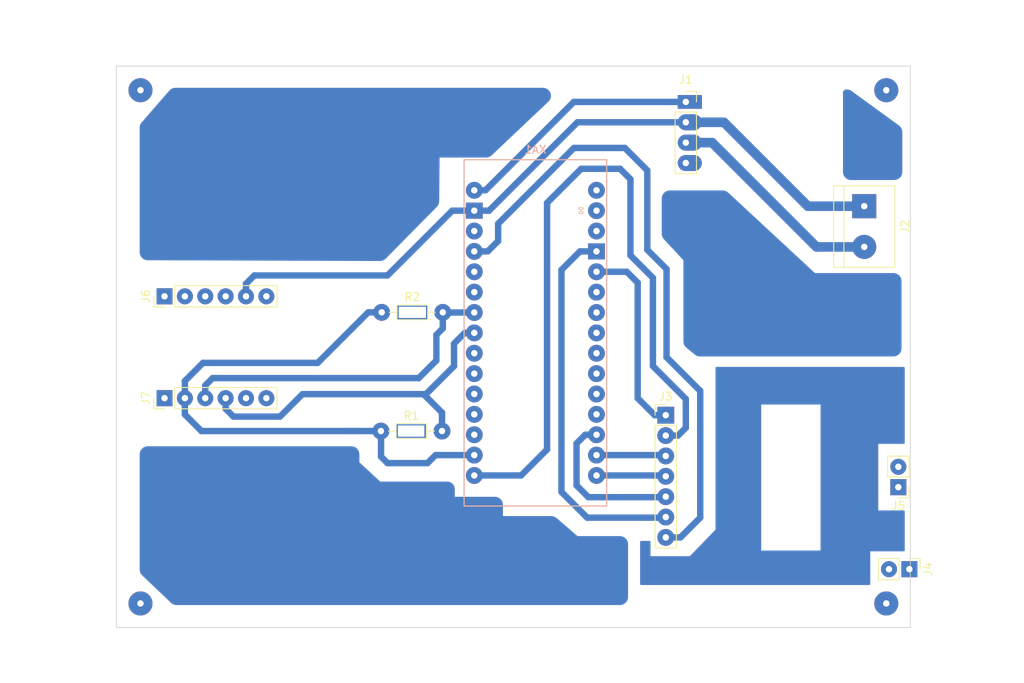
<source format=kicad_pcb>
(kicad_pcb (version 20221018) (generator pcbnew)
  (layers (0 "F.Cu" signal) (31 "B.Cu" signal) (34 "B.Paste" user) (35 "F.Paste" user) (36 "B.SilkS" user "B.Silkscreen") (37 "F.SilkS" user "F.Silkscreen") (38 "B.Mask" user) (39 "F.Mask" user) (44 "Edge.Cuts" user))
  (net 0 "")
  (net 1 "Net-(J3-Pin_7)")
  (net 19 "Net-(J1-Pin_1)")
  (net 20 "GND")
  (net 21 "+12V")
  (net 23 "Net-(J3-Pin_1)")
  (net 24 "Net-(J3-Pin_2)")
  (net 25 "Net-(J3-Pin_3)")
  (net 26 "Net-(J3-Pin_4)")
  (net 27 "Net-(J3-Pin_5)")
  (net 31 "Net-(J7-Pin_3)")
  (net 32 "Net-(J7-Pin_4)")
  (net 33 "Net-(J3-Pin_6)")
  (net 36 "Net-(J7-Pin_2)")
  (footprint "Resistor_THT:R_Axial_DIN0204_L3.6mm_D1.6mm_P7.62mm_Horizontal" (layer "F.Cu") (at 131.58 73.45)
    (fp_text reference "R2" (at 3.81 -1.92) (layer "F.SilkS"))
    (fp_text value "R")
    (fp_line (start 0.94 0) (end 1.89 0) (stroke (width 0.12)) (layer "F.SilkS"))
    (fp_line (start 1.89 -0.92) (end 1.89 0.92) (stroke (width 0.12)) (layer "F.SilkS"))
    (fp_line (start 1.89 0.92) (end 5.73 0.92) (stroke (width 0.12)) (layer "F.SilkS"))
    (fp_line (start 5.73 -0.92) (end 1.89 -0.92) (stroke (width 0.12)) (layer "F.SilkS"))
    (fp_line (start 5.73 0.92) (end 5.73 -0.92) (stroke (width 0.12)) (layer "F.SilkS"))
    (fp_line (start 6.68 0) (end 5.73 0) (stroke (width 0.12)) (layer "F.SilkS"))
    (pad "1" thru_hole circle (at 0 0) (size 2.1 2.1) (drill 0.8) (layers "*.Cu" "*.Mask") (net 36 "Net-(J7-Pin_2)"))
    (pad "2" thru_hole circle (at 7.62 0) (size 2.1 2.1) (drill 0.8) (layers "*.Cu" "*.Mask") (net 31 "Net-(J7-Pin_3)"))
  )
  (footprint "Connector_PinSocket_2.54mm:PinSocket_1x04_P2.54mm_Vertical" (layer "F.Cu") (at 169.5 47.21)
    (fp_text reference "J1" (at 0 -2.77) (layer "F.SilkS"))
    (fp_text value "Conn_01x04")
    (fp_line (start -1.33 1.27) (end -1.33 8.95) (stroke (width 0.12)) (layer "F.SilkS"))
    (fp_line (start -1.33 1.27) (end 1.33 1.27) (stroke (width 0.12)) (layer "F.SilkS"))
    (fp_line (start -1.33 8.95) (end 1.33 8.95) (stroke (width 0.12)) (layer "F.SilkS"))
    (fp_line (start 0 -1.33) (end 1.33 -1.33) (stroke (width 0.12)) (layer "F.SilkS"))
    (fp_line (start 1.33 -1.33) (end 1.33 0) (stroke (width 0.12)) (layer "F.SilkS"))
    (fp_line (start 1.33 1.27) (end 1.33 8.95) (stroke (width 0.12)) (layer "F.SilkS"))
    (pad "1" thru_hole rect (at 0 0) (size 3 1.7) (drill 0.8 (offset 0.5 0)) (layers "*.Cu" "*.Mask") (net 19 "Net-(J1-Pin_1)"))
    (pad "2" thru_hole oval (at 0 2.54) (size 3 2) (drill 0.8 (offset 0.5 0)) (layers "*.Cu" "*.Mask") (net 20 "GND"))
    (pad "3" thru_hole oval (at 0 5.08) (size 3 2) (drill 0.8 (offset 0.5 0)) (layers "*.Cu" "*.Mask") (net 21 "+12V"))
    (pad "4" thru_hole oval (at 0 7.62) (size 3 2) (drill 0.8 (offset 0.5 0)) (layers "*.Cu" "*.Mask"))
  )
  (footprint "Connector_PinHeader_2.54mm:PinHeader_1x06_P2.54mm_Vertical" (layer "F.Cu") (at 104.5 84.15 90)
    (fp_text reference "J7" (at 0 -2.33 90) (layer "F.SilkS"))
    (fp_text value "Conn_01x06_Pin")
    (fp_line (start -1.33 -1.33) (end 0 -1.33) (stroke (width 0.12)) (layer "F.SilkS"))
    (fp_line (start -1.33 0) (end -1.33 -1.33) (stroke (width 0.12)) (layer "F.SilkS"))
    (fp_line (start -1.33 1.27) (end -1.33 14.03) (stroke (width 0.12)) (layer "F.SilkS"))
    (fp_line (start -1.33 1.27) (end 1.33 1.27) (stroke (width 0.12)) (layer "F.SilkS"))
    (fp_line (start -1.33 14.03) (end 1.33 14.03) (stroke (width 0.12)) (layer "F.SilkS"))
    (fp_line (start 1.33 1.27) (end 1.33 14.03) (stroke (width 0.12)) (layer "F.SilkS"))
    (pad "D2" thru_hole rect (at 0 0 90) (size 2 2) (drill 0.8) (layers "*.Cu" "*.Mask"))
    (pad "D3" thru_hole circle (at 0 12.7 90) (size 2 2) (drill 0.8) (layers "*.Cu" "*.Mask"))
    (pad "GND" thru_hole circle (at 0 10.16 90) (size 2 2) (drill 0.8) (layers "*.Cu" "*.Mask"))
    (pad "SCL" thru_hole circle (at 0 5.08 90) (size 2 2) (drill 0.8) (layers "*.Cu" "*.Mask") (net 31 "Net-(J7-Pin_3)"))
    (pad "SDA" thru_hole circle (at 0 7.62 90) (size 2 2) (drill 0.8) (layers "*.Cu" "*.Mask") (net 32 "Net-(J7-Pin_4)"))
    (pad "VCC" thru_hole circle (at 0 2.54 90) (size 2 2) (drill 0.8) (layers "*.Cu" "*.Mask") (net 36 "Net-(J7-Pin_2)"))
  )
  (footprint "Connector_PinHeader_2.54mm:PinHeader_1x02_P2.54mm_Vertical" (layer "F.Cu") (at 196 95.25 180)
    (fp_text reference "J5" (at 0 -2.33) (layer "F.SilkS"))
    (fp_text value "Conn_01x02_Pin")
    (fp_line (start -1.33 -1.33) (end 0 -1.33) (stroke (width 0.12)) (layer "F.SilkS"))
    (fp_line (start -1.33 0) (end -1.33 -1.33) (stroke (width 0.12)) (layer "F.SilkS"))
    (fp_line (start -1.33 1.27) (end -1.33 3.87) (stroke (width 0.12)) (layer "F.SilkS"))
    (fp_line (start -1.33 1.27) (end 1.33 1.27) (stroke (width 0.12)) (layer "F.SilkS"))
    (fp_line (start -1.33 3.87) (end 1.33 3.87) (stroke (width 0.12)) (layer "F.SilkS"))
    (fp_line (start 1.33 1.27) (end 1.33 3.87) (stroke (width 0.12)) (layer "F.SilkS"))
    (pad "1" thru_hole rect (at 0 0 180) (size 2 2) (drill 0.8) (layers "*.Cu" "*.Mask"))
    (pad "2" thru_hole oval (at 0 2.54 180) (size 2 2) (drill 0.8) (layers "*.Cu" "*.Mask"))
  )
  (footprint "Connector_PinHeader_2.54mm:PinHeader_1x02_P2.54mm_Vertical" (layer "F.Cu") (at 197.3775 105.475 -90)
    (fp_text reference "J4" (at 0 -2.33 90) (layer "F.SilkS"))
    (fp_text value "Conn_01x02_Pin")
    (fp_line (start -1.33 -1.33) (end 0 -1.33) (stroke (width 0.12)) (layer "F.SilkS"))
    (fp_line (start -1.33 0) (end -1.33 -1.33) (stroke (width 0.12)) (layer "F.SilkS"))
    (fp_line (start -1.33 1.27) (end -1.33 3.87) (stroke (width 0.12)) (layer "F.SilkS"))
    (fp_line (start -1.33 1.27) (end 1.33 1.27) (stroke (width 0.12)) (layer "F.SilkS"))
    (fp_line (start -1.33 3.87) (end 1.33 3.87) (stroke (width 0.12)) (layer "F.SilkS"))
    (fp_line (start 1.33 1.27) (end 1.33 3.87) (stroke (width 0.12)) (layer "F.SilkS"))
    (pad "1" thru_hole rect (at 0 0 270) (size 2 2) (drill 0.8) (layers "*.Cu" "*.Mask"))
    (pad "2" thru_hole oval (at 0 2.54 270) (size 2 2) (drill 0.8) (layers "*.Cu" "*.Mask"))
  )
  (footprint "Resistor_THT:R_Axial_DIN0204_L3.6mm_D1.6mm_P7.62mm_Horizontal" (layer "F.Cu") (at 131.48 88.25)
    (fp_text reference "R1" (at 3.81 -1.92) (layer "F.SilkS"))
    (fp_text value "R")
    (fp_line (start 0.94 0) (end 1.89 0) (stroke (width 0.12)) (layer "F.SilkS"))
    (fp_line (start 1.89 -0.92) (end 1.89 0.92) (stroke (width 0.12)) (layer "F.SilkS"))
    (fp_line (start 1.89 0.92) (end 5.73 0.92) (stroke (width 0.12)) (layer "F.SilkS"))
    (fp_line (start 5.73 -0.92) (end 1.89 -0.92) (stroke (width 0.12)) (layer "F.SilkS"))
    (fp_line (start 5.73 0.92) (end 5.73 -0.92) (stroke (width 0.12)) (layer "F.SilkS"))
    (fp_line (start 6.68 0) (end 5.73 0) (stroke (width 0.12)) (layer "F.SilkS"))
    (pad "1" thru_hole circle (at 0 0) (size 2.1 2.1) (drill 0.8) (layers "*.Cu" "*.Mask") (net 36 "Net-(J7-Pin_2)"))
    (pad "2" thru_hole circle (at 7.62 0) (size 2.1 2.1) (drill 0.8) (layers "*.Cu" "*.Mask") (net 32 "Net-(J7-Pin_4)"))
  )
  (footprint "Connector_PinHeader_2.54mm:PinHeader_1x06_P2.54mm_Vertical" (layer "F.Cu") (at 104.5 71.45 90)
    (fp_text reference "J6" (at 0 -2.33 90) (layer "F.SilkS"))
    (fp_text value "Conn_01x06_Pin")
    (fp_line (start -1.33 -1.33) (end 0 -1.33) (stroke (width 0.12)) (layer "F.SilkS"))
    (fp_line (start -1.33 0) (end -1.33 -1.33) (stroke (width 0.12)) (layer "F.SilkS"))
    (fp_line (start -1.33 1.27) (end -1.33 14.03) (stroke (width 0.12)) (layer "F.SilkS"))
    (fp_line (start -1.33 1.27) (end 1.33 1.27) (stroke (width 0.12)) (layer "F.SilkS"))
    (fp_line (start -1.33 14.03) (end 1.33 14.03) (stroke (width 0.12)) (layer "F.SilkS"))
    (fp_line (start 1.33 1.27) (end 1.33 14.03) (stroke (width 0.12)) (layer "F.SilkS"))
    (pad "D0" thru_hole rect (at 0 0 90) (size 2 2) (drill 0.8) (layers "*.Cu" "*.Mask"))
    (pad "D1" thru_hole circle (at 0 12.7 90) (size 2 2) (drill 0.8) (layers "*.Cu" "*.Mask"))
    (pad "GND" thru_hole circle (at 0 10.16 90) (size 2 2) (drill 0.8) (layers "*.Cu" "*.Mask") (net 20 "GND"))
    (pad "Rx" thru_hole circle (at 0 5.08 90) (size 2 2) (drill 0.8) (layers "*.Cu" "*.Mask"))
    (pad "Tx" thru_hole circle (at 0 7.62 90) (size 2 2) (drill 0.8) (layers "*.Cu" "*.Mask"))
    (pad "VCC" thru_hole circle (at 0 2.54 90) (size 2 2) (drill 0.8) (layers "*.Cu" "*.Mask"))
  )
  (footprint "TerminalBlock:TerminalBlock_bornier-2_P5.08mm" (layer "F.Cu") (at 191.75 60.21 -90)
    (fp_text reference "J2" (at 2.54 -5.08 90) (layer "F.SilkS"))
    (fp_text value "Screw_Terminal_01x02")
    (fp_line (start -2.54 -3.81) (end -2.54 3.81) (stroke (width 0.12)) (layer "F.SilkS"))
    (fp_line (start -2.54 3.81) (end 7.62 3.81) (stroke (width 0.12)) (layer "F.SilkS"))
    (fp_line (start 7.62 -3.81) (end -2.54 -3.81) (stroke (width 0.12)) (layer "F.SilkS"))
    (fp_line (start 7.62 2.54) (end -2.54 2.54) (stroke (width 0.12)) (layer "F.SilkS"))
    (fp_line (start 7.62 3.81) (end 7.62 -3.81) (stroke (width 0.12)) (layer "F.SilkS"))
    (pad "1" thru_hole rect (at 0 0 270) (size 3 3) (drill 0.8) (layers "*.Cu" "*.Mask") (net 20 "GND"))
    (pad "2" thru_hole circle (at 5.08 0 270) (size 3 3) (drill 0.8) (layers "*.Cu" "*.Mask") (net 21 "+12V"))
  )
  (footprint "Library:PinHeader_1x07_P2.54mm_Vertical" (layer "F.Cu") (at 167 86.275)
    (fp_text reference "J3" (at 0 -2.33) (layer "F.SilkS"))
    (fp_text value "Conn_01x07_Pin")
    (fp_line (start -1.33 -1.33) (end 0 -1.33) (stroke (width 0.12)) (layer "F.SilkS"))
    (fp_line (start -1.33 0) (end -1.33 -1.33) (stroke (width 0.12)) (layer "F.SilkS"))
    (fp_line (start -1.33 1.27) (end -1.33 16.57) (stroke (width 0.12)) (layer "F.SilkS"))
    (fp_line (start -1.33 1.27) (end 1.33 1.27) (stroke (width 0.12)) (layer "F.SilkS"))
    (fp_line (start -1.33 16.57) (end 1.33 16.57) (stroke (width 0.12)) (layer "F.SilkS"))
    (fp_line (start 1.33 1.27) (end 1.33 16.57) (stroke (width 0.12)) (layer "F.SilkS"))
    (pad "1" thru_hole rect (at 0 0) (size 2.1 2.1) (drill 0.8) (layers "*.Cu" "*.Mask") (net 23 "Net-(J3-Pin_1)"))
    (pad "2" thru_hole oval (at 0 2.54) (size 2.1 2.1) (drill 0.8) (layers "*.Cu" "*.Mask") (net 24 "Net-(J3-Pin_2)"))
    (pad "3" thru_hole oval (at 0 5.08) (size 2.1 2.1) (drill 0.8) (layers "*.Cu" "*.Mask") (net 25 "Net-(J3-Pin_3)"))
    (pad "4" thru_hole oval (at 0 7.62) (size 2.1 2.1) (drill 0.8) (layers "*.Cu" "*.Mask") (net 26 "Net-(J3-Pin_4)"))
    (pad "5" thru_hole oval (at 0 10.16) (size 2.1 2.1) (drill 0.8) (layers "*.Cu" "*.Mask") (net 27 "Net-(J3-Pin_5)"))
    (pad "6" thru_hole oval (at 0 12.7) (size 2.1 2.1) (drill 0.8) (layers "*.Cu" "*.Mask") (net 33 "Net-(J3-Pin_6)"))
    (pad "7" thru_hole oval (at 0 15.24) (size 2.1 2.1) (drill 0.8) (layers "*.Cu" "*.Mask") (net 1 "Net-(J3-Pin_7)"))
  )
  (footprint "Library:Arduino_Nano_Socket" (layer "B.Cu") (at 150.745 97.6 180)
    (fp_text reference "XA1" (at 0 44.45) (layer "B.SilkS") (effects (justify mirror)))
    (fp_text value "Arduino_Nano_Socket")
    (fp_text user "D0" (at -5.715 36.83 90 unlocked) (layer "B.SilkS") (effects (font (size 0.5 0.5) (thickness 0.075)) (justify mirror)))
    (fp_text user "D0" (at -5.715 36.83 90 unlocked) (layer "F.SilkS") (effects (font (size 0.5 0.5) (thickness 0.075))))
    (fp_line (start -8.89 0) (end 8.89 0) (stroke (width 0.15)) (layer "B.SilkS"))
    (fp_line (start -8.89 43.18) (end -8.89 0) (stroke (width 0.15)) (layer "B.SilkS"))
    (fp_line (start -8.89 43.18) (end 8.89 43.18) (stroke (width 0.15)) (layer "B.SilkS"))
    (fp_line (start 8.89 43.18) (end 8.89 0) (stroke (width 0.15)) (layer "B.SilkS"))
    (pad "3V3" thru_hole circle (at 7.62 6.35 180) (size 2.1 2.1) (drill 0.8) (layers "*.Cu" "*.Mask") (net 36 "Net-(J7-Pin_2)"))
    (pad "5V" thru_hole circle (at 7.62 31.75 180) (size 2.1 2.1) (drill 0.8) (layers "*.Cu" "*.Mask") (net 1 "Net-(J3-Pin_7)"))
    (pad "A0" thru_hole circle (at 7.62 11.43 180) (size 2.1 2.1) (drill 0.8) (layers "*.Cu" "*.Mask"))
    (pad "A1" thru_hole circle (at 7.62 13.97 180) (size 2.1 2.1) (drill 0.8) (layers "*.Cu" "*.Mask"))
    (pad "A2" thru_hole circle (at 7.62 16.51 180) (size 2.1 2.1) (drill 0.8) (layers "*.Cu" "*.Mask"))
    (pad "A3" thru_hole circle (at 7.62 19.05 180) (size 2.1 2.1) (drill 0.8) (layers "*.Cu" "*.Mask"))
    (pad "A4" thru_hole circle (at 7.62 21.59 180) (size 2.1 2.1) (drill 0.8) (layers "*.Cu" "*.Mask") (net 32 "Net-(J7-Pin_4)"))
    (pad "A5" thru_hole circle (at 7.62 24.13 180) (size 2.1 2.1) (drill 0.8) (layers "*.Cu" "*.Mask") (net 31 "Net-(J7-Pin_3)"))
    (pad "A6" thru_hole circle (at 7.62 26.67 180) (size 2.1 2.1) (drill 0.8) (layers "*.Cu" "*.Mask"))
    (pad "A7" thru_hole circle (at 7.62 29.21 180) (size 2.1 2.1) (drill 0.8) (layers "*.Cu" "*.Mask"))
    (pad "AREF" thru_hole circle (at 7.62 8.89 180) (size 2.1 2.1) (drill 0.8) (layers "*.Cu" "*.Mask"))
    (pad "D0" thru_hole circle (at -7.62 36.83 180) (size 2.1 2.1) (drill 0.8) (layers "*.Cu" "*.Mask"))
    (pad "D1" thru_hole circle (at -7.62 39.37 180) (size 2.1 2.1) (drill 0.8) (layers "*.Cu" "*.Mask"))
    (pad "D2" thru_hole circle (at -7.62 29.21 180) (size 2.1 2.1) (drill 0.8) (layers "*.Cu" "*.Mask") (net 23 "Net-(J3-Pin_1)"))
    (pad "D3" thru_hole circle (at -7.62 26.67 180) (size 2.1 2.1) (drill 0.8) (layers "*.Cu" "*.Mask"))
    (pad "D4" thru_hole circle (at -7.62 24.13 180) (size 2.1 2.1) (drill 0.8) (layers "*.Cu" "*.Mask"))
    (pad "D5" thru_hole circle (at -7.62 21.59 180) (size 2.1 2.1) (drill 0.8) (layers "*.Cu" "*.Mask"))
    (pad "D6" thru_hole circle (at -7.62 19.05 180) (size 2.1 2.1) (drill 0.8) (layers "*.Cu" "*.Mask"))
    (pad "D7" thru_hole circle (at -7.62 16.51 180) (size 2.1 2.1) (drill 0.8) (layers "*.Cu" "*.Mask"))
    (pad "D8" thru_hole circle (at -7.62 13.97 180) (size 2.1 2.1) (drill 0.8) (layers "*.Cu" "*.Mask"))
    (pad "D9" thru_hole circle (at -7.62 11.43 180) (size 2.1 2.1) (drill 0.8) (layers "*.Cu" "*.Mask"))
    (pad "D10" thru_hole circle (at -7.62 8.89 180) (size 2.1 2.1) (drill 0.8) (layers "*.Cu" "*.Mask") (net 27 "Net-(J3-Pin_5)"))
    (pad "D11" thru_hole circle (at -7.62 6.35 180) (size 2.1 2.1) (drill 0.8) (layers "*.Cu" "*.Mask") (net 25 "Net-(J3-Pin_3)"))
    (pad "D12" thru_hole circle (at -7.62 3.81 180) (size 2.1 2.1) (drill 0.8) (layers "*.Cu" "*.Mask") (net 26 "Net-(J3-Pin_4)"))
    (pad "D13" thru_hole circle (at 7.62 3.81 180) (size 2.1 2.1) (drill 0.8) (layers "*.Cu" "*.Mask") (net 24 "Net-(J3-Pin_2)"))
    (pad "GND1" thru_hole rect (at -7.62 31.75 180) (size 2.1 2) (drill 0.8) (layers "*.Cu" "*.Mask") (net 33 "Net-(J3-Pin_6)"))
    (pad "GND2" thru_hole rect (at 7.62 36.83 180) (size 2.1 2) (drill 0.8) (layers "*.Cu" "*.Mask") (net 20 "GND"))
    (pad "RST1" thru_hole circle (at -7.62 34.29 180) (size 2.1 2.1) (drill 0.8) (layers "*.Cu" "*.Mask"))
    (pad "RST2" thru_hole circle (at 7.62 34.29 180) (size 2.1 2.1) (drill 0.8) (layers "*.Cu" "*.Mask"))
    (pad "VIN" thru_hole circle (at 7.62 39.37 180) (size 2.1 2.1) (drill 0.8) (layers "*.Cu" "*.Mask") (net 19 "Net-(J1-Pin_1)"))
  )
  (gr_rect (start 133.6 72.65) (end 137.2 74.25) (stroke (width 0.2)) (fill none) (layer "B.Cu"))
  (gr_rect (start 133.5 87.45) (end 137 89.05) (stroke (width 0.2)) (fill none) (layer "B.Cu"))
  (gr_line (start 197.5 112.75) (end 98.5 112.75) (stroke (width 0.1)) (layer "Edge.Cuts"))
  (gr_line (start 98.5 42.75) (end 197.5 42.75) (stroke (width 0.1)) (layer "Edge.Cuts"))
  (gr_line (start 98.5 112.75) (end 98.5 42.75) (stroke (width 0.1)) (layer "Edge.Cuts"))
  (gr_line (start 197.5 42.75) (end 197.5 112.75) (stroke (width 0.1)) (layer "Edge.Cuts"))
  (via (at 194.5 45.75) (size 3) (drill 0.8) (layers "F.Cu" "B.Cu") (net 0))
  (via (at 101.5 109.75) (size 3) (drill 0.8) (layers "F.Cu" "B.Cu") (net 0))
  (via (at 101.5 45.75) (size 3) (drill 0.8) (layers "F.Cu" "B.Cu") (net 0))
  (via (at 194.5 109.75) (size 3) (drill 0.8) (layers "F.Cu" "B.Cu") (net 0))
  (segment (start 164.7 55.75) (end 164.7 65.65) (width 0.8) (layer "B.Cu") (net 1))
  (segment (start 168.835 101.515) (end 167 101.515) (width 0.8) (layer "B.Cu") (net 1))
  (segment (start 146.1 62.4) (end 155.55 52.95) (width 0.8) (layer "B.Cu") (net 1))
  (segment (start 164.7 65.65) (end 167.1 68.05) (width 0.8) (layer "B.Cu") (net 1))
  (segment (start 144.8 65.85) (end 146.1 64.55) (width 0.8) (layer "B.Cu") (net 1))
  (segment (start 143.125 65.85) (end 144.8 65.85) (width 0.8) (layer "B.Cu") (net 1))
  (segment (start 146.1 64.55) (end 146.1 62.4) (width 0.8) (layer "B.Cu") (net 1))
  (segment (start 171.3 99.05) (end 168.835 101.515) (width 0.8) (layer "B.Cu") (net 1))
  (segment (start 167.1 68.05) (end 167.1 79.05) (width 0.8) (layer "B.Cu") (net 1))
  (segment (start 161.9 52.95) (end 164.7 55.75) (width 0.8) (layer "B.Cu") (net 1))
  (segment (start 155.55 52.95) (end 161.9 52.95) (width 0.8) (layer "B.Cu") (net 1))
  (segment (start 171.3 83.25) (end 171.3 99.05) (width 0.8) (layer "B.Cu") (net 1))
  (segment (start 167.1 79.05) (end 171.3 83.25) (width 0.8) (layer "B.Cu") (net 1))
  (segment (start 144.52 58.23) (end 143.125 58.23) (width 0.8) (layer "B.Cu") (net 19))
  (segment (start 169.5 47.21) (end 155.54 47.21) (width 0.8) (layer "B.Cu") (net 19))
  (segment (start 155.54 47.21) (end 144.52 58.23) (width 0.8) (layer "B.Cu") (net 19))
  (segment (start 155.99 49.75) (end 144.97 60.77) (width 0.8) (layer "B.Cu") (net 20))
  (segment (start 115.7 68.85) (end 114.66 69.89) (width 0.8) (layer "B.Cu") (net 20))
  (segment (start 114.66 69.89) (end 114.66 71.45) (width 0.8) (layer "B.Cu") (net 20))
  (segment (start 169.5 49.75) (end 155.99 49.75) (width 0.8) (layer "B.Cu") (net 20))
  (segment (start 144.97 60.77) (end 143.125 60.77) (width 0.8) (layer "B.Cu") (net 20))
  (segment (start 132.3 68.85) (end 115.7 68.85) (width 0.8) (layer "B.Cu") (net 20))
  (segment (start 184.71 60.21) (end 174.25 49.75) (width 1.2) (layer "B.Cu") (net 20))
  (segment (start 140.38 60.77) (end 132.3 68.85) (width 0.8) (layer "B.Cu") (net 20))
  (segment (start 191.75 60.21) (end 184.71 60.21) (width 1.2) (layer "B.Cu") (net 20))
  (segment (start 143.125 60.77) (end 140.38 60.77) (width 0.8) (layer "B.Cu") (net 20))
  (segment (start 174.25 49.75) (end 169.5 49.75) (width 1.2) (layer "B.Cu") (net 20))
  (segment (start 172.79 52.29) (end 169.5 52.29) (width 1.2) (layer "B.Cu") (net 21))
  (segment (start 185.79 65.29) (end 172.79 52.29) (width 1.2) (layer "B.Cu") (net 21))
  (segment (start 191.75 65.29) (end 185.79 65.29) (width 1.2) (layer "B.Cu") (net 21))
  (segment (start 163.5 69.75) (end 162.14 68.39) (width 0.8) (layer "B.Cu") (net 23))
  (segment (start 163.5 84.15) (end 163.5 69.75) (width 0.8) (layer "B.Cu") (net 23))
  (segment (start 165.625 86.275) (end 163.5 84.15) (width 0.8) (layer "B.Cu") (net 23))
  (segment (start 167 86.275) (end 165.625 86.275) (width 0.8) (layer "B.Cu") (net 23))
  (segment (start 162.14 68.39) (end 158.365 68.39) (width 0.8) (layer "B.Cu") (net 23))
  (segment (start 168.535 88.815) (end 169.5 87.85) (width 0.8) (layer "B.Cu") (net 24))
  (segment (start 161.300818 55.550818) (end 156.449182 55.550818) (width 0.8) (layer "B.Cu") (net 24))
  (segment (start 165.4 69.15) (end 162.6 66.35) (width 0.8) (layer "B.Cu") (net 24))
  (segment (start 167 88.815) (end 168.535 88.815) (width 0.8) (layer "B.Cu") (net 24))
  (segment (start 169.5 84.25) (end 165.4 80.15) (width 0.8) (layer "B.Cu") (net 24))
  (segment (start 162.6 56.85) (end 161.300818 55.550818) (width 0.8) (layer "B.Cu") (net 24))
  (segment (start 156.449182 55.550818) (end 152.2 59.8) (width 0.8) (layer "B.Cu") (net 24))
  (segment (start 152.2 90.55) (end 148.96 93.79) (width 0.8) (layer "B.Cu") (net 24))
  (segment (start 165.4 80.15) (end 165.4 69.15) (width 0.8) (layer "B.Cu") (net 24))
  (segment (start 152.2 59.8) (end 152.2 90.55) (width 0.8) (layer "B.Cu") (net 24))
  (segment (start 169.5 87.85) (end 169.5 84.25) (width 0.8) (layer "B.Cu") (net 24))
  (segment (start 162.6 66.35) (end 162.6 56.85) (width 0.8) (layer "B.Cu") (net 24))
  (segment (start 148.96 93.79) (end 143.125 93.79) (width 0.8) (layer "B.Cu") (net 24))
  (segment (start 166.530818 91.824182) (end 167 91.355) (width 0.8) (layer "B.Cu") (net 25))
  (segment (start 166.895 91.25) (end 167 91.355) (width 0.8) (layer "B.Cu") (net 25))
  (segment (start 158.365 91.25) (end 166.895 91.25) (width 0.8) (layer "B.Cu") (net 25))
  (segment (start 166.895 93.79) (end 167 93.895) (width 0.8) (layer "B.Cu") (net 26))
  (segment (start 158.365 93.79) (end 166.895 93.79) (width 0.8) (layer "B.Cu") (net 26))
  (segment (start 158.365 88.71) (end 156.965818 88.71) (width 0.8) (layer "B.Cu") (net 27))
  (segment (start 156.965818 88.71) (end 155.875 89.800818) (width 0.8) (layer "B.Cu") (net 27))
  (segment (start 155.875 95.025) (end 157.35 96.5) (width 0.8) (layer "B.Cu") (net 27))
  (segment (start 166.935 96.5) (end 167 96.435) (width 0.8) (layer "B.Cu") (net 27))
  (segment (start 157.35 96.5) (end 166.935 96.5) (width 0.8) (layer "B.Cu") (net 27))
  (segment (start 155.875 89.800818) (end 155.875 95.025) (width 0.8) (layer "B.Cu") (net 27))
  (segment (start 110.5 81.65) (end 109.58 82.57) (width 0.8) (layer "B.Cu") (net 31))
  (segment (start 139.2 73.45) (end 139.2 75.45) (width 0.8) (layer "B.Cu") (net 31))
  (segment (start 109.58 82.57) (end 109.58 84.15) (width 0.8) (layer "B.Cu") (net 31))
  (segment (start 143.125 73.47) (end 139.22 73.47) (width 0.8) (layer "B.Cu") (net 31))
  (segment (start 139.2 75.45) (end 138.4 76.25) (width 0.8) (layer "B.Cu") (net 31))
  (segment (start 138.4 79.45) (end 136.2 81.65) (width 0.8) (layer "B.Cu") (net 31))
  (segment (start 138.4 76.25) (end 138.4 79.45) (width 0.8) (layer "B.Cu") (net 31))
  (segment (start 139.22 73.47) (end 139.2 73.45) (width 0.8) (layer "B.Cu") (net 31))
  (segment (start 136.2 81.65) (end 110.5 81.65) (width 0.8) (layer "B.Cu") (net 31))
  (segment (start 137.3 84.15) (end 136.8 83.65) (width 0.8) (layer "B.Cu") (net 32))
  (segment (start 112.08 84.19) (end 112.12 84.15) (width 0.8) (layer "B.Cu") (net 32))
  (segment (start 118.9 86.45) (end 113.1 86.45) (width 0.8) (layer "B.Cu") (net 32))
  (segment (start 136.8 83.65) (end 121.7 83.65) (width 0.8) (layer "B.Cu") (net 32))
  (segment (start 143.125 76.01) (end 141.94 76.01) (width 0.8) (layer "B.Cu") (net 32))
  (segment (start 112.12 85.47) (end 112.12 84.15) (width 0.8) (layer "B.Cu") (net 32))
  (segment (start 141.94 76.01) (end 140.6 77.35) (width 0.8) (layer "B.Cu") (net 32))
  (segment (start 139.1 85.95) (end 137.3 84.15) (width 0.8) (layer "B.Cu") (net 32))
  (segment (start 137.1 83.65) (end 136.8 83.65) (width 0.8) (layer "B.Cu") (net 32))
  (segment (start 140.6 80.15) (end 137.1 83.65) (width 0.8) (layer "B.Cu") (net 32))
  (segment (start 139.1 88.25) (end 139.1 85.95) (width 0.8) (layer "B.Cu") (net 32))
  (segment (start 121.7 83.65) (end 118.9 86.45) (width 0.8) (layer "B.Cu") (net 32))
  (segment (start 113.1 86.45) (end 112.12 85.47) (width 0.8) (layer "B.Cu") (net 32))
  (segment (start 140.6 77.35) (end 140.6 80.15) (width 0.8) (layer "B.Cu") (net 32))
  (segment (start 154 95.85) (end 154 68.15) (width 0.8) (layer "B.Cu") (net 33))
  (segment (start 157.2 99.05) (end 154 95.85) (width 0.8) (layer "B.Cu") (net 33))
  (segment (start 154 68.15) (end 156.3 65.85) (width 0.8) (layer "B.Cu") (net 33))
  (segment (start 167 98.975) (end 166.925 99.05) (width 0.8) (layer "B.Cu") (net 33))
  (segment (start 166.925 99.05) (end 157.2 99.05) (width 0.8) (layer "B.Cu") (net 33))
  (segment (start 156.3 65.85) (end 158.365 65.85) (width 0.8) (layer "B.Cu") (net 33))
  (segment (start 129.9 73.45) (end 123.6 79.75) (width 0.8) (layer "B.Cu") (net 36))
  (segment (start 143.125 91.25) (end 138.3 91.25) (width 0.8) (layer "B.Cu") (net 36))
  (segment (start 131.5 91.45) (end 131.5 88.27) (width 0.8) (layer "B.Cu") (net 36))
  (segment (start 123.6 79.75) (end 109.3 79.75) (width 0.8) (layer "B.Cu") (net 36))
  (segment (start 138.3 91.25) (end 137.3 92.25) (width 0.8) (layer "B.Cu") (net 36))
  (segment (start 107.04 86.19) (end 107.04 84.15) (width 0.8) (layer "B.Cu") (net 36))
  (segment (start 131.48 88.25) (end 127.9 88.25) (width 0.8) (layer "B.Cu") (net 36))
  (segment (start 127.9 88.25) (end 109.1 88.25) (width 0.8) (layer "B.Cu") (net 36))
  (segment (start 109.3 79.75) (end 107.04 82.01) (width 0.8) (layer "B.Cu") (net 36))
  (segment (start 109.1 88.25) (end 107.04 86.19) (width 0.8) (layer "B.Cu") (net 36))
  (segment (start 131.58 73.45) (end 129.9 73.45) (width 0.8) (layer "B.Cu") (net 36))
  (segment (start 137.3 92.25) (end 132.3 92.25) (width 0.8) (layer "B.Cu") (net 36))
  (segment (start 131.5 88.27) (end 131.48 88.25) (width 0.8) (layer "B.Cu") (net 36))
  (segment (start 107.04 82.01) (end 107.04 84.15) (width 0.8) (layer "B.Cu") (net 36))
  (segment (start 132.3 92.25) (end 131.5 91.45) (width 0.8) (layer "B.Cu") (net 36))
  (zone (net 0) (net_name "") (layer "B.Cu") (priority 3) (connect_pads (clearance 0.5)) (min_thickness 0.25) (fill yes (thermal_gap 0.5) (thermal_bridge_width 0.5) (smoothing fillet) (radius 1) (island_removal_mode 1) (island_area_min 10))
    (polygon (pts (xy 189.1 45.65) (xy 189.9 45.65) (xy 196.5 50.45) (xy 196.5 56.95) (xy 189.1 56.95)))
  )
  (zone (net 0) (net_name "") (layer "B.Cu") (priority 2) (connect_pads (clearance 0.5)) (min_thickness 0.25) (fill yes (thermal_gap 0.5) (thermal_bridge_width 0.5) (island_removal_mode 1) (island_area_min 10))
    (polygon (pts (xy 196.8 89.85) (xy 193.5 89.85) (xy 193.5 98.15) (xy 196.8 98.15) (xy 196.8 103.25) (xy 192.5 103.25) (xy 192.5 107.45) (xy 163.8 107.45) (xy 163.8 101.95) (xy 165.1 101.95) (xy 165.1 103.85) (xy 170 103.85) (xy 173.2 100.55) (xy 173.2 80.25) (xy 196.8 80.25)))
    (polygon (pts (xy 178.9 103.15) (xy 186.3 103.15) (xy 186.3 84.95) (xy 178.9 84.95)))
  )
  (zone (net 0) (net_name "") (layer "B.Cu") (connect_pads (clearance 0.5)) (min_thickness 0.25) (fill yes (thermal_gap 0.5) (thermal_bridge_width 0.5) (smoothing fillet) (radius 1) (island_removal_mode 1) (island_area_min 10))
    (polygon (pts (xy 154.2 45.45) (xy 145 54.15) (xy 138.8 54.15) (xy 138.746988 60.004705) (xy 131.8 67.05) (xy 101.4 66.95) (xy 101.4 50.05) (xy 105.4 45.45)))
  )
  (zone (net 0) (net_name "") (layer "B.Cu") (priority 1) (connect_pads (clearance 0.5)) (min_thickness 0.25) (fill yes (thermal_gap 0.5) (thermal_bridge_width 0.5) (smoothing fillet) (radius 1) (island_removal_mode 1) (island_area_min 10))
    (polygon (pts (xy 170.9 78.95) (xy 196.4 78.95) (xy 196.4 68.55) (xy 185.6 68.55) (xy 174.5 58.25) (xy 166.5 58.25) (xy 166.5 64.05) (xy 169.2 66.95) (xy 169.2 77.55)))
  )
  (zone (net 0) (net_name "") (layer "B.Cu") (connect_pads (clearance 0.5)) (min_thickness 0.25) (fill yes (thermal_gap 0.5) (thermal_bridge_width 0.5) (smoothing fillet) (radius 1) (island_removal_mode 1) (island_area_min 10))
    (polygon (pts (xy 162.3 109.95) (xy 162.3 101.35) (xy 156 101.35) (xy 153.1 98.85) (xy 146.7 98.85) (xy 146.7 96.45) (xy 140.7 96.45) (xy 140.7 94.55) (xy 131.4 94.55) (xy 128.8 92.15) (xy 128.8 90.15) (xy 101.4 90.15) (xy 101.4 105.95) (xy 105.6 109.95)))
  )
)
</source>
